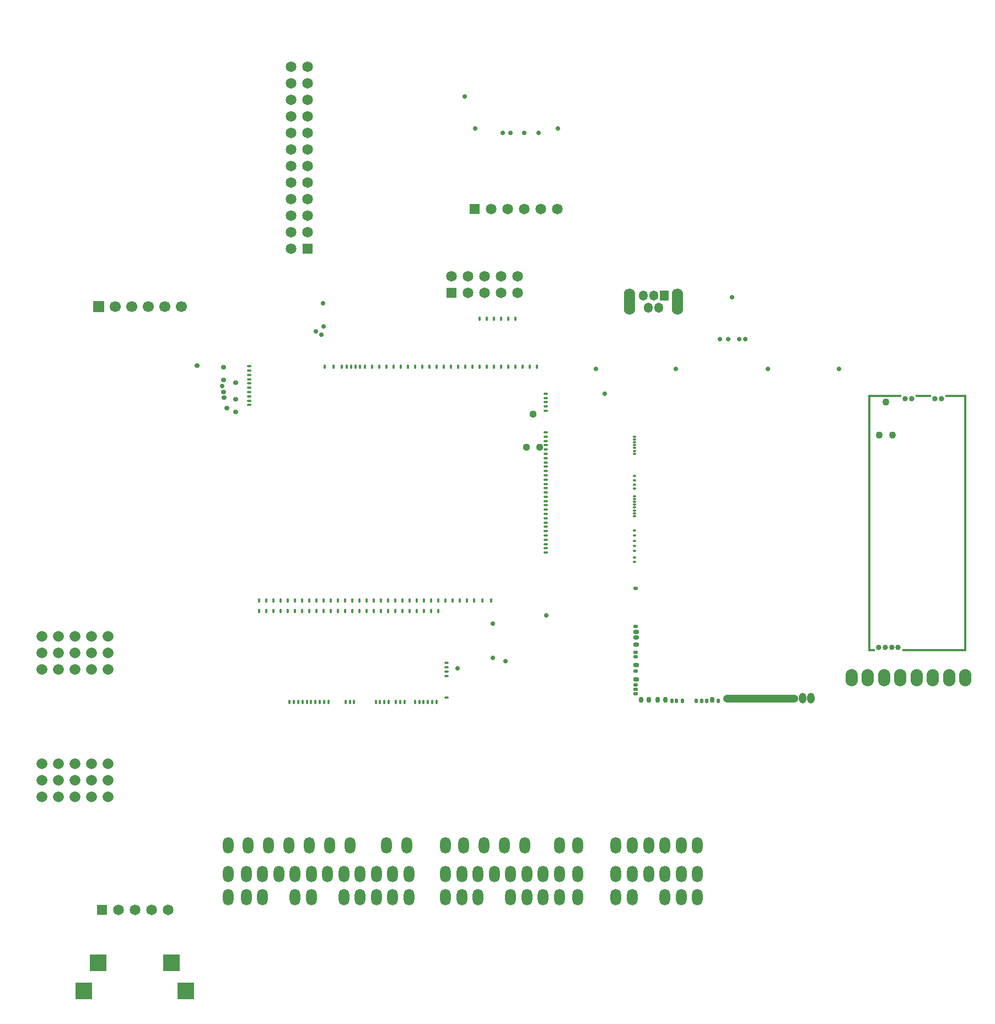
<source format=gbs>
G75*
G70*
%OFA0B0*%
%FSLAX25Y25*%
%IPPOS*%
%LPD*%
%AMOC8*
5,1,8,0,0,1.08239X$1,22.5*
%
%AMM100*
21,1,0.015350,0.009840,0.000000,0.000000,270.000000*
21,1,0.000000,0.025200,0.000000,0.000000,270.000000*
1,1,0.015350,-0.004920,0.000000*
1,1,0.015350,-0.004920,0.000000*
1,1,0.015350,0.004920,0.000000*
1,1,0.015350,0.004920,0.000000*
%
%AMM148*
21,1,0.015350,0.009840,0.000000,0.000000,180.000000*
21,1,0.000000,0.025200,0.000000,0.000000,180.000000*
1,1,0.015350,0.000000,0.004920*
1,1,0.015350,0.000000,0.004920*
1,1,0.015350,0.000000,-0.004920*
1,1,0.015350,0.000000,-0.004920*
%
%AMM69*
21,1,0.015350,0.009840,0.000000,0.000000,90.000000*
21,1,0.000000,0.025200,0.000000,0.000000,90.000000*
1,1,0.015350,0.004920,0.000000*
1,1,0.015350,0.004920,0.000000*
1,1,0.015350,-0.004920,0.000000*
1,1,0.015350,-0.004920,0.000000*
%
%AMM70*
21,1,0.015350,0.009840,0.000000,0.000000,0.000000*
21,1,0.000000,0.025200,0.000000,0.000000,0.000000*
1,1,0.015350,0.000000,-0.004920*
1,1,0.015350,0.000000,-0.004920*
1,1,0.015350,0.000000,0.004920*
1,1,0.015350,0.000000,0.004920*
%
%ADD116C,0.04451*%
%ADD136R,0.12756X0.01535*%
%ADD142M70*%
%ADD149R,0.10394X0.10394*%
%ADD157O,0.02913X0.02126*%
%ADD160R,0.04291X0.01535*%
%ADD164R,0.06457X0.06457*%
%ADD170O,0.03701X0.02913*%
%ADD197O,0.05276X0.06063*%
%ADD198C,0.04286*%
%ADD209C,0.00551*%
%ADD218O,0.45433X0.04882*%
%ADD243O,0.06850X0.15906*%
%ADD25M100*%
%ADD252R,0.20433X0.01535*%
%ADD276O,0.06457X0.10000*%
%ADD303O,0.07441X0.10394*%
%ADD310O,0.02913X0.03701*%
%ADD324O,0.02126X0.01339*%
%ADD337R,0.09409X0.01535*%
%ADD43M69*%
%ADD45C,0.06693*%
%ADD54R,0.06693X0.06693*%
%ADD60R,0.01535X1.55079*%
%ADD76M148*%
%ADD77C,0.06551*%
%ADD80O,0.02126X0.02913*%
%ADD84C,0.06457*%
%ADD86R,0.05276X0.06063*%
%ADD89O,0.04488X0.06457*%
%ADD90R,0.38937X0.01535*%
%ADD96C,0.03307*%
%ADD98C,0.02913*%
X0000000Y0000000D02*
G01*
G75*
D160*
X0531988Y0227756D02*
D03*
D60*
X0588681Y0304528D02*
D03*
X0530610Y0304528D02*
D03*
D337*
X0563484Y0381299D02*
D03*
D136*
X0583071Y0381299D02*
D03*
D252*
X0540059Y0381299D02*
D03*
D89*
X0495282Y0198873D02*
D03*
X0490337Y0198873D02*
D03*
D170*
X0389652Y0238834D02*
D03*
X0389652Y0235389D02*
D03*
X0389652Y0231156D02*
D03*
X0389652Y0218853D02*
D03*
X0389652Y0209896D02*
D03*
D243*
X0385881Y0438385D02*
D03*
X0414818Y0438385D02*
D03*
D197*
X0397200Y0434645D02*
D03*
X0403499Y0434645D02*
D03*
X0394050Y0442125D02*
D03*
X0400350Y0442125D02*
D03*
D86*
X0406649Y0442125D02*
D03*
D149*
X0108858Y0038878D02*
D03*
X0064370Y0038878D02*
D03*
X0117323Y0021654D02*
D03*
X0055905Y0021654D02*
D03*
D84*
X0106614Y0070866D02*
D03*
X0096614Y0070866D02*
D03*
X0086614Y0070866D02*
D03*
X0076614Y0070866D02*
D03*
X0342126Y0494488D02*
D03*
X0332126Y0494488D02*
D03*
X0322126Y0494488D02*
D03*
X0312126Y0494488D02*
D03*
X0302126Y0494488D02*
D03*
X0181142Y0580472D02*
D03*
X0191142Y0580472D02*
D03*
X0181142Y0570472D02*
D03*
X0191142Y0570472D02*
D03*
X0181142Y0560472D02*
D03*
X0191142Y0560472D02*
D03*
X0181142Y0550472D02*
D03*
X0191142Y0550472D02*
D03*
X0181142Y0540472D02*
D03*
X0191142Y0540472D02*
D03*
X0181142Y0530472D02*
D03*
X0191142Y0530472D02*
D03*
X0181142Y0520472D02*
D03*
X0191142Y0520472D02*
D03*
X0181142Y0510472D02*
D03*
X0191142Y0510472D02*
D03*
X0181142Y0500472D02*
D03*
X0191142Y0500472D02*
D03*
X0181142Y0490472D02*
D03*
X0191142Y0490472D02*
D03*
X0181142Y0480472D02*
D03*
X0191142Y0480472D02*
D03*
X0181142Y0470472D02*
D03*
D164*
X0066614Y0070866D02*
D03*
X0292126Y0494488D02*
D03*
D303*
X0529823Y0211122D02*
D03*
X0569193Y0211122D02*
D03*
X0588878Y0211122D02*
D03*
X0579035Y0211122D02*
D03*
X0559350Y0211122D02*
D03*
X0549508Y0211122D02*
D03*
X0539665Y0211122D02*
D03*
X0519980Y0211122D02*
D03*
D96*
X0552559Y0379823D02*
D03*
X0556496Y0379823D02*
D03*
X0570472Y0379823D02*
D03*
X0574409Y0379823D02*
D03*
X0548228Y0229232D02*
D03*
X0544291Y0229232D02*
D03*
X0540354Y0229232D02*
D03*
X0536417Y0229232D02*
D03*
D98*
X0303219Y0223002D02*
D03*
X0335531Y0248819D02*
D03*
X0310630Y0221063D02*
D03*
X0281693Y0216634D02*
D03*
X0303150Y0243602D02*
D03*
X0286122Y0562225D02*
D03*
X0313583Y0540276D02*
D03*
X0330906Y0540276D02*
D03*
X0322146Y0540276D02*
D03*
X0292323Y0542914D02*
D03*
X0308957Y0540276D02*
D03*
X0342339Y0542949D02*
D03*
X0200374Y0437323D02*
D03*
X0200669Y0423347D02*
D03*
X0199488Y0418327D02*
D03*
X0196043Y0420394D02*
D03*
X0447756Y0441043D02*
D03*
X0445571Y0415748D02*
D03*
X0440551Y0415748D02*
D03*
X0455610Y0415748D02*
D03*
X0452067Y0415748D02*
D03*
X0365302Y0397638D02*
D03*
X0413583Y0397638D02*
D03*
X0370768Y0382677D02*
D03*
X0512402Y0397638D02*
D03*
X0469488Y0397638D02*
D03*
X0140413Y0391142D02*
D03*
X0147638Y0389468D02*
D03*
X0139567Y0387303D02*
D03*
X0140413Y0383858D02*
D03*
X0147638Y0379232D02*
D03*
X0140709Y0380512D02*
D03*
X0142480Y0374114D02*
D03*
X0147638Y0371555D02*
D03*
X0140354Y0398622D02*
D03*
X0124311Y0399803D02*
D03*
D77*
X0030315Y0139016D02*
D03*
X0040315Y0139016D02*
D03*
X0050315Y0139016D02*
D03*
X0060315Y0139016D02*
D03*
X0070315Y0139016D02*
D03*
X0030315Y0149016D02*
D03*
X0070315Y0149016D02*
D03*
X0060315Y0149016D02*
D03*
X0050315Y0149016D02*
D03*
X0040315Y0149016D02*
D03*
X0040315Y0159016D02*
D03*
X0050315Y0159016D02*
D03*
X0060315Y0159016D02*
D03*
X0070315Y0159016D02*
D03*
X0030315Y0159016D02*
D03*
X0030315Y0215945D02*
D03*
X0040315Y0215945D02*
D03*
X0050315Y0215945D02*
D03*
X0060315Y0215945D02*
D03*
X0070315Y0215945D02*
D03*
X0030315Y0225945D02*
D03*
X0070315Y0225945D02*
D03*
X0060315Y0225945D02*
D03*
X0050315Y0225945D02*
D03*
X0040315Y0225945D02*
D03*
X0040315Y0235945D02*
D03*
X0050315Y0235945D02*
D03*
X0060315Y0235945D02*
D03*
X0070315Y0235945D02*
D03*
X0030315Y0235945D02*
D03*
D209*
X0460630Y0027559D02*
D03*
X0086614Y0027559D02*
D03*
X0173622Y0056890D02*
D03*
X0397244Y0056890D02*
D03*
X0135256Y0484803D02*
D03*
X0044272Y0484803D02*
D03*
X0019879Y0279921D02*
D03*
X0586614Y0020079D02*
D03*
X0586614Y0605905D02*
D03*
X0019685Y0605905D02*
D03*
X0019685Y0020079D02*
D03*
D276*
X0142913Y0092520D02*
D03*
X0142913Y0078347D02*
D03*
X0153937Y0092520D02*
D03*
X0153937Y0078347D02*
D03*
X0163779Y0092520D02*
D03*
X0163779Y0078347D02*
D03*
X0173622Y0092520D02*
D03*
X0183465Y0092520D02*
D03*
X0183465Y0078347D02*
D03*
X0193307Y0092520D02*
D03*
X0193307Y0078347D02*
D03*
X0203150Y0092520D02*
D03*
X0212992Y0078347D02*
D03*
X0212992Y0092520D02*
D03*
X0222835Y0078347D02*
D03*
X0222835Y0092520D02*
D03*
X0232677Y0078347D02*
D03*
X0232677Y0092520D02*
D03*
X0242520Y0078347D02*
D03*
X0242520Y0092520D02*
D03*
X0238858Y0109843D02*
D03*
X0252362Y0078347D02*
D03*
X0252362Y0092520D02*
D03*
X0251181Y0109843D02*
D03*
X0274409Y0078347D02*
D03*
X0274409Y0092520D02*
D03*
X0274409Y0109843D02*
D03*
X0284252Y0078347D02*
D03*
X0284252Y0092520D02*
D03*
X0285433Y0109843D02*
D03*
X0294094Y0078347D02*
D03*
X0294094Y0092520D02*
D03*
X0303937Y0092520D02*
D03*
X0297756Y0109843D02*
D03*
X0313779Y0078347D02*
D03*
X0313779Y0092520D02*
D03*
X0310079Y0109843D02*
D03*
X0323622Y0078347D02*
D03*
X0323622Y0092520D02*
D03*
X0322402Y0109843D02*
D03*
X0333465Y0078347D02*
D03*
X0333465Y0092520D02*
D03*
X0343307Y0078347D02*
D03*
X0343307Y0092520D02*
D03*
X0343307Y0109843D02*
D03*
X0354331Y0078347D02*
D03*
X0354331Y0092520D02*
D03*
X0354331Y0109843D02*
D03*
X0377559Y0078347D02*
D03*
X0377559Y0092520D02*
D03*
X0377559Y0109843D02*
D03*
X0387402Y0078347D02*
D03*
X0387402Y0092520D02*
D03*
X0387402Y0109843D02*
D03*
X0397244Y0092520D02*
D03*
X0407087Y0078347D02*
D03*
X0407087Y0092520D02*
D03*
X0407087Y0109843D02*
D03*
X0416929Y0078347D02*
D03*
X0416929Y0092520D02*
D03*
X0426772Y0078347D02*
D03*
X0426772Y0092520D02*
D03*
X0416929Y0109843D02*
D03*
X0426772Y0109843D02*
D03*
X0216850Y0109843D02*
D03*
X0204528Y0109843D02*
D03*
X0192205Y0109843D02*
D03*
X0179882Y0109843D02*
D03*
X0167559Y0109843D02*
D03*
X0155236Y0109843D02*
D03*
X0142913Y0109843D02*
D03*
X0397244Y0109843D02*
D03*
D45*
X0114764Y0435433D02*
D03*
X0104764Y0435433D02*
D03*
X0094764Y0435433D02*
D03*
X0084764Y0435433D02*
D03*
X0074764Y0435433D02*
D03*
D54*
X0064764Y0435433D02*
D03*
D164*
X0191142Y0470472D02*
D03*
D90*
X0569980Y0227756D02*
D03*
D43*
X0275000Y0199127D02*
D03*
X0275000Y0219914D02*
D03*
X0275000Y0217316D02*
D03*
X0275000Y0214717D02*
D03*
X0275000Y0212119D02*
D03*
X0155807Y0396693D02*
D03*
X0155807Y0399291D02*
D03*
X0155807Y0375905D02*
D03*
X0155807Y0378504D02*
D03*
X0155807Y0381102D02*
D03*
X0155807Y0383701D02*
D03*
X0155807Y0386299D02*
D03*
X0155807Y0388898D02*
D03*
X0155807Y0391496D02*
D03*
X0155807Y0394094D02*
D03*
X0335047Y0307421D02*
D03*
X0335047Y0310020D02*
D03*
X0335047Y0312618D02*
D03*
X0335047Y0315216D02*
D03*
X0335047Y0317815D02*
D03*
X0335047Y0320413D02*
D03*
X0335047Y0323012D02*
D03*
X0335047Y0325610D02*
D03*
X0335047Y0328209D02*
D03*
X0335047Y0330807D02*
D03*
X0335047Y0333405D02*
D03*
X0335047Y0336004D02*
D03*
X0335047Y0338602D02*
D03*
X0335047Y0341201D02*
D03*
X0335047Y0343799D02*
D03*
X0335047Y0346398D02*
D03*
X0335047Y0348996D02*
D03*
X0335047Y0351594D02*
D03*
X0335047Y0354193D02*
D03*
X0335047Y0356791D02*
D03*
X0335047Y0359390D02*
D03*
X0335047Y0372382D02*
D03*
X0335047Y0382776D02*
D03*
X0335047Y0380177D02*
D03*
X0335047Y0377579D02*
D03*
X0335047Y0374980D02*
D03*
X0335047Y0286634D02*
D03*
X0335047Y0289232D02*
D03*
X0335047Y0291831D02*
D03*
X0335047Y0294429D02*
D03*
X0335047Y0297027D02*
D03*
X0335047Y0299626D02*
D03*
X0335047Y0302224D02*
D03*
X0335047Y0304823D02*
D03*
D142*
X0174724Y0251287D02*
D03*
X0170394Y0251287D02*
D03*
X0166063Y0251287D02*
D03*
X0161732Y0251287D02*
D03*
X0269012Y0196319D02*
D03*
X0266413Y0196319D02*
D03*
X0263815Y0196319D02*
D03*
X0261217Y0196319D02*
D03*
X0258618Y0196319D02*
D03*
X0256020Y0196319D02*
D03*
X0249717Y0196319D02*
D03*
X0247118Y0196319D02*
D03*
X0244520Y0196319D02*
D03*
X0240107Y0196319D02*
D03*
X0237508Y0196319D02*
D03*
X0234910Y0196319D02*
D03*
X0232311Y0196319D02*
D03*
X0219217Y0196319D02*
D03*
X0216618Y0196319D02*
D03*
X0214020Y0196319D02*
D03*
X0203602Y0196319D02*
D03*
X0201004Y0196319D02*
D03*
X0198406Y0196319D02*
D03*
X0195807Y0196319D02*
D03*
X0193209Y0196319D02*
D03*
X0190610Y0196319D02*
D03*
X0188012Y0196319D02*
D03*
X0185413Y0196319D02*
D03*
X0182815Y0196319D02*
D03*
X0180217Y0196319D02*
D03*
X0179055Y0251287D02*
D03*
X0183386Y0251287D02*
D03*
X0187716Y0251287D02*
D03*
X0192047Y0251287D02*
D03*
X0196378Y0251287D02*
D03*
X0200709Y0251287D02*
D03*
X0205039Y0251287D02*
D03*
X0209370Y0251287D02*
D03*
X0213701Y0251287D02*
D03*
X0218031Y0251287D02*
D03*
X0222362Y0251287D02*
D03*
X0226693Y0251287D02*
D03*
X0231024Y0251287D02*
D03*
X0235354Y0251287D02*
D03*
X0239685Y0251287D02*
D03*
X0244016Y0251287D02*
D03*
X0248346Y0251287D02*
D03*
X0252677Y0251287D02*
D03*
X0257008Y0251287D02*
D03*
X0261338Y0251287D02*
D03*
X0265669Y0251287D02*
D03*
X0270000Y0251287D02*
D03*
X0329626Y0399024D02*
D03*
X0161752Y0257571D02*
D03*
X0183406Y0257571D02*
D03*
X0187736Y0257571D02*
D03*
X0312303Y0399024D02*
D03*
X0307972Y0399024D02*
D03*
X0303642Y0399024D02*
D03*
X0299311Y0399024D02*
D03*
X0294980Y0399024D02*
D03*
X0290650Y0399024D02*
D03*
X0286319Y0399024D02*
D03*
X0281988Y0399024D02*
D03*
X0277657Y0399024D02*
D03*
X0273327Y0399024D02*
D03*
X0268996Y0399024D02*
D03*
X0264665Y0399024D02*
D03*
X0260335Y0399024D02*
D03*
X0256004Y0399024D02*
D03*
X0251673Y0399024D02*
D03*
X0247342Y0399024D02*
D03*
X0243012Y0399024D02*
D03*
X0238681Y0399024D02*
D03*
X0234350Y0399024D02*
D03*
X0230020Y0399024D02*
D03*
X0225689Y0399024D02*
D03*
X0222638Y0399024D02*
D03*
X0201398Y0399024D02*
D03*
X0206594Y0399024D02*
D03*
X0211791Y0399024D02*
D03*
X0217402Y0399024D02*
D03*
X0192067Y0257571D02*
D03*
X0196398Y0257571D02*
D03*
X0200729Y0257571D02*
D03*
X0205059Y0257571D02*
D03*
X0209390Y0257571D02*
D03*
X0213721Y0257571D02*
D03*
X0218051Y0257571D02*
D03*
X0222382Y0257571D02*
D03*
X0226713Y0257571D02*
D03*
X0231043Y0257571D02*
D03*
X0235374Y0257571D02*
D03*
X0239705Y0257571D02*
D03*
X0244036Y0257571D02*
D03*
X0248366Y0257571D02*
D03*
X0252697Y0257571D02*
D03*
X0257028Y0257571D02*
D03*
X0261358Y0257571D02*
D03*
X0265689Y0257571D02*
D03*
X0270020Y0257571D02*
D03*
X0274350Y0257571D02*
D03*
X0278681Y0257571D02*
D03*
X0283012Y0257571D02*
D03*
X0302067Y0257571D02*
D03*
X0296870Y0257571D02*
D03*
X0291673Y0257571D02*
D03*
X0287343Y0257571D02*
D03*
X0166083Y0257571D02*
D03*
X0170414Y0257571D02*
D03*
X0174744Y0257571D02*
D03*
X0179075Y0257571D02*
D03*
X0325295Y0399024D02*
D03*
X0320964Y0399024D02*
D03*
X0316634Y0399024D02*
D03*
X0214784Y0399024D02*
D03*
X0220020Y0399024D02*
D03*
X0295079Y0428051D02*
D03*
X0299409Y0428051D02*
D03*
X0303740Y0428051D02*
D03*
X0308071Y0428051D02*
D03*
X0312402Y0428051D02*
D03*
X0316732Y0428051D02*
D03*
D324*
X0388864Y0356845D02*
D03*
X0388864Y0355113D02*
D03*
X0388864Y0353381D02*
D03*
X0388864Y0351648D02*
D03*
X0388864Y0349916D02*
D03*
X0388864Y0348184D02*
D03*
X0388864Y0346452D02*
D03*
X0388864Y0333046D02*
D03*
X0388864Y0330448D02*
D03*
X0388864Y0327849D02*
D03*
X0388864Y0325251D02*
D03*
X0388864Y0320822D02*
D03*
X0388864Y0319089D02*
D03*
X0388864Y0317357D02*
D03*
X0388864Y0315625D02*
D03*
X0388864Y0313893D02*
D03*
X0388864Y0312160D02*
D03*
X0388864Y0310428D02*
D03*
X0388864Y0308696D02*
D03*
X0388864Y0300054D02*
D03*
X0388864Y0296921D02*
D03*
X0388864Y0293771D02*
D03*
X0388864Y0290621D02*
D03*
X0388864Y0281078D02*
D03*
X0388864Y0283676D02*
D03*
X0388864Y0287849D02*
D03*
D157*
X0389278Y0265113D02*
D03*
X0389278Y0242082D02*
D03*
X0389278Y0201256D02*
D03*
X0389278Y0203991D02*
D03*
X0389278Y0206669D02*
D03*
X0389278Y0215035D02*
D03*
X0389278Y0223873D02*
D03*
X0389278Y0226432D02*
D03*
D310*
X0392821Y0197593D02*
D03*
X0397447Y0197593D02*
D03*
X0402762Y0197593D02*
D03*
X0407388Y0197593D02*
D03*
X0435734Y0197593D02*
D03*
D218*
X0464967Y0198381D02*
D03*
D80*
X0439573Y0197200D02*
D03*
X0432310Y0197200D02*
D03*
X0425913Y0197200D02*
D03*
X0411404Y0197200D02*
D03*
X0414200Y0197200D02*
D03*
X0417743Y0197200D02*
D03*
X0429435Y0197200D02*
D03*
X0154331Y0194882D02*
G01*
G75*
D43*
X0275000Y0199127D02*
D03*
X0275000Y0219914D02*
D03*
X0275000Y0217316D02*
D03*
X0275000Y0214717D02*
D03*
X0275000Y0212119D02*
D03*
D142*
X0174725Y0251288D02*
D03*
X0170394Y0251288D02*
D03*
X0166063Y0251288D02*
D03*
X0161733Y0251288D02*
D03*
X0269012Y0196319D02*
D03*
X0266414Y0196319D02*
D03*
X0263815Y0196319D02*
D03*
X0261217Y0196319D02*
D03*
X0258618Y0196319D02*
D03*
X0256020Y0196319D02*
D03*
X0249717Y0196319D02*
D03*
X0247118Y0196319D02*
D03*
X0244520Y0196319D02*
D03*
X0240107Y0196319D02*
D03*
X0237509Y0196319D02*
D03*
X0234910Y0196319D02*
D03*
X0232312Y0196319D02*
D03*
X0219217Y0196319D02*
D03*
X0216618Y0196319D02*
D03*
X0214020Y0196319D02*
D03*
X0203603Y0196319D02*
D03*
X0201004Y0196319D02*
D03*
X0198406Y0196319D02*
D03*
X0195807Y0196319D02*
D03*
X0193209Y0196319D02*
D03*
X0190611Y0196319D02*
D03*
X0188012Y0196319D02*
D03*
X0185414Y0196319D02*
D03*
X0182815Y0196319D02*
D03*
X0180217Y0196319D02*
D03*
X0179055Y0251288D02*
D03*
X0183386Y0251288D02*
D03*
X0187717Y0251288D02*
D03*
X0192047Y0251288D02*
D03*
X0196378Y0251288D02*
D03*
X0200709Y0251288D02*
D03*
X0205040Y0251288D02*
D03*
X0209370Y0251288D02*
D03*
X0213701Y0251288D02*
D03*
X0218032Y0251288D02*
D03*
X0222362Y0251288D02*
D03*
X0226693Y0251288D02*
D03*
X0231024Y0251288D02*
D03*
X0235355Y0251288D02*
D03*
X0239685Y0251288D02*
D03*
X0244016Y0251288D02*
D03*
X0248347Y0251288D02*
D03*
X0252677Y0251288D02*
D03*
X0257008Y0251288D02*
D03*
X0261339Y0251288D02*
D03*
X0265669Y0251288D02*
D03*
X0270000Y0251288D02*
D03*
X0153937Y0255512D02*
G01*
G75*
D116*
X0327362Y0370433D02*
D03*
X0331362Y0350433D02*
D03*
X0323362Y0350433D02*
D03*
D142*
X0220020Y0399024D02*
D03*
X0214784Y0399024D02*
D03*
X0316634Y0399024D02*
D03*
X0320964Y0399024D02*
D03*
X0325295Y0399024D02*
D03*
X0179075Y0257571D02*
D03*
X0174744Y0257571D02*
D03*
X0170414Y0257571D02*
D03*
X0166083Y0257571D02*
D03*
X0287342Y0257571D02*
D03*
X0291673Y0257571D02*
D03*
X0296870Y0257571D02*
D03*
X0302067Y0257571D02*
D03*
X0283012Y0257571D02*
D03*
X0278681Y0257571D02*
D03*
X0274350Y0257571D02*
D03*
X0270020Y0257571D02*
D03*
X0265689Y0257571D02*
D03*
X0261358Y0257571D02*
D03*
X0257028Y0257571D02*
D03*
X0252697Y0257571D02*
D03*
X0248366Y0257571D02*
D03*
X0244036Y0257571D02*
D03*
X0239705Y0257571D02*
D03*
X0235374Y0257571D02*
D03*
X0231043Y0257571D02*
D03*
X0226713Y0257571D02*
D03*
X0222382Y0257571D02*
D03*
X0218051Y0257571D02*
D03*
X0213721Y0257571D02*
D03*
X0209390Y0257571D02*
D03*
X0205059Y0257571D02*
D03*
X0200728Y0257571D02*
D03*
X0196398Y0257571D02*
D03*
X0192067Y0257571D02*
D03*
X0217402Y0399024D02*
D03*
X0211791Y0399024D02*
D03*
X0206595Y0399024D02*
D03*
X0201398Y0399024D02*
D03*
X0222638Y0399024D02*
D03*
X0225689Y0399024D02*
D03*
X0230020Y0399024D02*
D03*
X0234350Y0399024D02*
D03*
X0238681Y0399024D02*
D03*
X0243012Y0399024D02*
D03*
X0247342Y0399024D02*
D03*
X0251673Y0399024D02*
D03*
X0256004Y0399024D02*
D03*
X0260335Y0399024D02*
D03*
X0264665Y0399024D02*
D03*
X0268996Y0399024D02*
D03*
X0273327Y0399024D02*
D03*
X0277657Y0399024D02*
D03*
X0281988Y0399024D02*
D03*
X0286319Y0399024D02*
D03*
X0290650Y0399024D02*
D03*
X0294980Y0399024D02*
D03*
X0299311Y0399024D02*
D03*
X0303642Y0399024D02*
D03*
X0307972Y0399024D02*
D03*
X0312303Y0399024D02*
D03*
X0187736Y0257571D02*
D03*
X0183406Y0257571D02*
D03*
X0161752Y0257571D02*
D03*
X0329626Y0399024D02*
D03*
D25*
X0335047Y0304823D02*
D03*
X0335047Y0302225D02*
D03*
X0335047Y0299626D02*
D03*
X0335047Y0297028D02*
D03*
X0335047Y0294429D02*
D03*
X0335047Y0291831D02*
D03*
X0335047Y0289232D02*
D03*
X0335047Y0286634D02*
D03*
X0335047Y0374980D02*
D03*
X0335047Y0377579D02*
D03*
X0335047Y0380177D02*
D03*
X0335047Y0382776D02*
D03*
X0335047Y0372382D02*
D03*
X0335047Y0359390D02*
D03*
X0335047Y0356791D02*
D03*
X0335047Y0354193D02*
D03*
X0335047Y0351595D02*
D03*
X0335047Y0348996D02*
D03*
X0335047Y0346398D02*
D03*
X0335047Y0343799D02*
D03*
X0335047Y0341201D02*
D03*
X0335047Y0338603D02*
D03*
X0335047Y0336004D02*
D03*
X0335047Y0333406D02*
D03*
X0335047Y0330807D02*
D03*
X0335047Y0328209D02*
D03*
X0335047Y0325610D02*
D03*
X0335047Y0323012D02*
D03*
X0335047Y0320414D02*
D03*
X0335047Y0317815D02*
D03*
X0335047Y0315217D02*
D03*
X0335047Y0312618D02*
D03*
X0335047Y0310020D02*
D03*
X0335047Y0307421D02*
D03*
X0155807Y0394095D02*
D03*
X0155807Y0391496D02*
D03*
X0155807Y0388898D02*
D03*
X0155807Y0386299D02*
D03*
X0155807Y0383701D02*
D03*
X0155807Y0381103D02*
D03*
X0155807Y0378504D02*
D03*
X0155807Y0375906D02*
D03*
X0155807Y0399292D02*
D03*
X0155807Y0396693D02*
D03*
X0362795Y0370472D02*
G01*
G75*
D98*
X0469488Y0397637D02*
D03*
X0512401Y0397637D02*
D03*
X0370767Y0382677D02*
D03*
X0413582Y0397637D02*
D03*
X0365302Y0397637D02*
D03*
X0272638Y0508780D02*
G01*
G75*
D98*
X0286122Y0562225D02*
D03*
X0313583Y0540276D02*
D03*
X0330906Y0540276D02*
D03*
X0322146Y0540276D02*
D03*
X0292323Y0542914D02*
D03*
X0308957Y0540276D02*
D03*
X0342339Y0542950D02*
D03*
X0278248Y0188976D02*
G01*
G75*
D98*
X0303219Y0223002D02*
D03*
X0335532Y0248818D02*
D03*
X0310630Y0221063D02*
D03*
X0281693Y0216633D02*
D03*
X0303150Y0243602D02*
D03*
X0151280Y0166929D02*
G01*
G75*
X0387795Y0195669D02*
G01*
G75*
D89*
X0495281Y0198873D02*
D03*
X0490337Y0198873D02*
D03*
D170*
X0389651Y0238833D02*
D03*
X0389651Y0235388D02*
D03*
X0389651Y0231156D02*
D03*
X0389651Y0218853D02*
D03*
X0389651Y0209896D02*
D03*
D324*
X0388864Y0356845D02*
D03*
X0388864Y0355113D02*
D03*
X0388864Y0353381D02*
D03*
X0388864Y0351648D02*
D03*
X0388864Y0349916D02*
D03*
X0388864Y0348184D02*
D03*
X0388864Y0346451D02*
D03*
X0388864Y0333046D02*
D03*
X0388864Y0330447D02*
D03*
X0388864Y0327849D02*
D03*
X0388864Y0325250D02*
D03*
X0388864Y0320821D02*
D03*
X0388864Y0319089D02*
D03*
X0388864Y0317357D02*
D03*
X0388864Y0315625D02*
D03*
X0388864Y0313892D02*
D03*
X0388864Y0312160D02*
D03*
X0388864Y0310428D02*
D03*
X0388864Y0308695D02*
D03*
X0388864Y0300054D02*
D03*
X0388864Y0296920D02*
D03*
X0388864Y0293771D02*
D03*
X0388864Y0290621D02*
D03*
X0388864Y0281077D02*
D03*
X0388864Y0283676D02*
D03*
X0388864Y0287849D02*
D03*
D157*
X0389278Y0265113D02*
D03*
X0389278Y0242081D02*
D03*
X0389278Y0201255D02*
D03*
X0389278Y0203991D02*
D03*
X0389278Y0206669D02*
D03*
X0389278Y0215035D02*
D03*
X0389278Y0223873D02*
D03*
X0389278Y0226432D02*
D03*
D310*
X0392821Y0197593D02*
D03*
X0397447Y0197593D02*
D03*
X0402762Y0197593D02*
D03*
X0407388Y0197593D02*
D03*
X0435734Y0197593D02*
D03*
D218*
X0464966Y0198381D02*
D03*
D80*
X0439573Y0197199D02*
D03*
X0432310Y0197199D02*
D03*
X0425912Y0197199D02*
D03*
X0411403Y0197199D02*
D03*
X0414200Y0197199D02*
D03*
X0417743Y0197199D02*
D03*
X0429435Y0197199D02*
D03*
X0117717Y0350295D02*
G01*
G75*
D98*
X0124016Y0399803D02*
D03*
X0140060Y0398622D02*
D03*
X0147343Y0371555D02*
D03*
X0142186Y0374114D02*
D03*
X0140414Y0380512D02*
D03*
X0147343Y0379232D02*
D03*
X0140119Y0383858D02*
D03*
X0139272Y0387303D02*
D03*
X0147343Y0389468D02*
D03*
X0140119Y0391141D02*
D03*
X0437106Y0403150D02*
G01*
G75*
D98*
X0452067Y0415748D02*
D03*
X0455610Y0415748D02*
D03*
X0440551Y0415748D02*
D03*
X0445571Y0415748D02*
D03*
X0447756Y0441044D02*
D03*
X0169173Y0412913D02*
G01*
G75*
D98*
X0200374Y0437322D02*
D03*
X0200669Y0423346D02*
D03*
X0199488Y0418326D02*
D03*
X0196043Y0420393D02*
D03*
X0270571Y0426476D02*
G01*
G75*
D84*
X0318228Y0453819D02*
D03*
X0318228Y0443819D02*
D03*
X0308228Y0453819D02*
D03*
X0308228Y0443819D02*
D03*
X0298228Y0453819D02*
D03*
X0298228Y0443819D02*
D03*
X0288228Y0453819D02*
D03*
X0288228Y0443819D02*
D03*
X0278228Y0453819D02*
D03*
D164*
X0278228Y0443819D02*
D03*
D76*
X0316732Y0428051D02*
D03*
X0312402Y0428051D02*
D03*
X0308071Y0428051D02*
D03*
X0303740Y0428051D02*
D03*
X0299410Y0428051D02*
D03*
X0295079Y0428051D02*
D03*
X0529921Y0381988D02*
%LPD*%
G01*
D198*
X0540748Y0377815D03*
X0536748Y0357815D03*
X0544748Y0357815D03*
M02*

</source>
